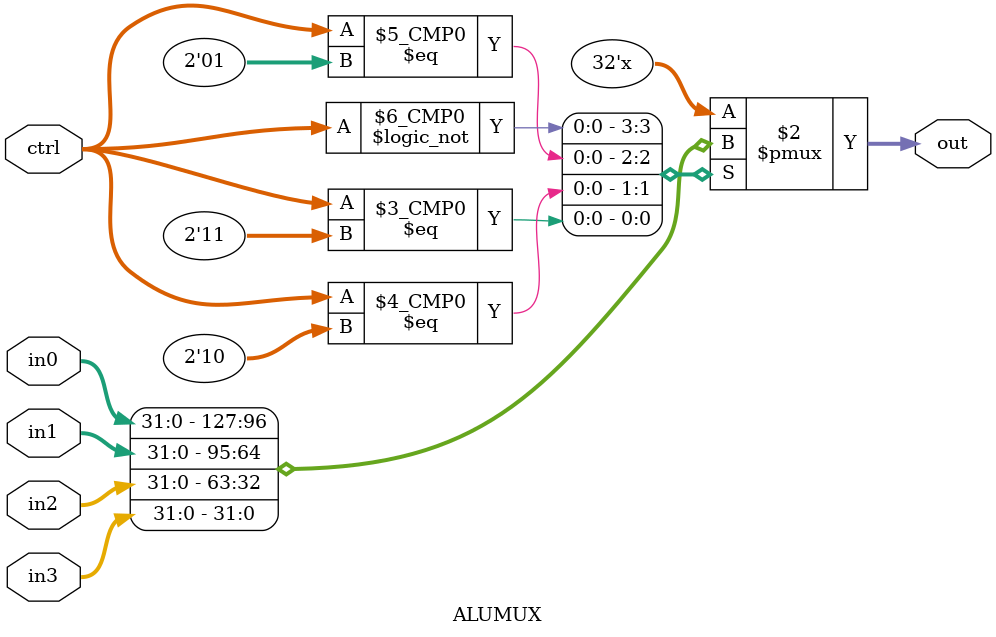
<source format=v>
`timescale 1ns / 1ns
module ALUMUX(in0,in1,in2,in3,ctrl,out);
input [31:0]in0;
input [31:0]in1;
input [31:0]in2;
input [31:0]in3;
input [1:0]ctrl;
output reg[31:0]out;

always @*
begin
	case(ctrl)
	2'b00:out<=in0;
	2'b01:out<=in1;
	2'b10:out<=in2;
	2'b11:out<=in3;
	endcase
end

endmodule

</source>
